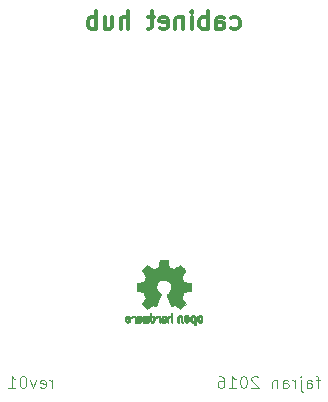
<source format=gbr>
G04 #@! TF.FileFunction,Legend,Bot*
%FSLAX46Y46*%
G04 Gerber Fmt 4.6, Leading zero omitted, Abs format (unit mm)*
G04 Created by KiCad (PCBNEW 4.0.3+e1-6302~38~ubuntu15.04.1-stable) date Fri Aug 26 23:04:31 2016*
%MOMM*%
%LPD*%
G01*
G04 APERTURE LIST*
%ADD10C,0.100000*%
%ADD11C,0.300000*%
%ADD12C,0.010000*%
G04 APERTURE END LIST*
D10*
X158209763Y-101417381D02*
X158209763Y-100750714D01*
X158209763Y-100941190D02*
X158162144Y-100845952D01*
X158114525Y-100798333D01*
X158019287Y-100750714D01*
X157924048Y-100750714D01*
X157209762Y-101369762D02*
X157305000Y-101417381D01*
X157495477Y-101417381D01*
X157590715Y-101369762D01*
X157638334Y-101274524D01*
X157638334Y-100893571D01*
X157590715Y-100798333D01*
X157495477Y-100750714D01*
X157305000Y-100750714D01*
X157209762Y-100798333D01*
X157162143Y-100893571D01*
X157162143Y-100988810D01*
X157638334Y-101084048D01*
X156828810Y-100750714D02*
X156590715Y-101417381D01*
X156352619Y-100750714D01*
X155781191Y-100417381D02*
X155685952Y-100417381D01*
X155590714Y-100465000D01*
X155543095Y-100512619D01*
X155495476Y-100607857D01*
X155447857Y-100798333D01*
X155447857Y-101036429D01*
X155495476Y-101226905D01*
X155543095Y-101322143D01*
X155590714Y-101369762D01*
X155685952Y-101417381D01*
X155781191Y-101417381D01*
X155876429Y-101369762D01*
X155924048Y-101322143D01*
X155971667Y-101226905D01*
X156019286Y-101036429D01*
X156019286Y-100798333D01*
X155971667Y-100607857D01*
X155924048Y-100512619D01*
X155876429Y-100465000D01*
X155781191Y-100417381D01*
X154495476Y-101417381D02*
X155066905Y-101417381D01*
X154781191Y-101417381D02*
X154781191Y-100417381D01*
X154876429Y-100560238D01*
X154971667Y-100655476D01*
X155066905Y-100703095D01*
X180879762Y-100750714D02*
X180498810Y-100750714D01*
X180736905Y-101417381D02*
X180736905Y-100560238D01*
X180689286Y-100465000D01*
X180594048Y-100417381D01*
X180498810Y-100417381D01*
X179736904Y-101417381D02*
X179736904Y-100893571D01*
X179784523Y-100798333D01*
X179879761Y-100750714D01*
X180070238Y-100750714D01*
X180165476Y-100798333D01*
X179736904Y-101369762D02*
X179832142Y-101417381D01*
X180070238Y-101417381D01*
X180165476Y-101369762D01*
X180213095Y-101274524D01*
X180213095Y-101179286D01*
X180165476Y-101084048D01*
X180070238Y-101036429D01*
X179832142Y-101036429D01*
X179736904Y-100988810D01*
X179260714Y-100750714D02*
X179260714Y-101607857D01*
X179308333Y-101703095D01*
X179403571Y-101750714D01*
X179451190Y-101750714D01*
X179260714Y-100417381D02*
X179308333Y-100465000D01*
X179260714Y-100512619D01*
X179213095Y-100465000D01*
X179260714Y-100417381D01*
X179260714Y-100512619D01*
X178784524Y-101417381D02*
X178784524Y-100750714D01*
X178784524Y-100941190D02*
X178736905Y-100845952D01*
X178689286Y-100798333D01*
X178594048Y-100750714D01*
X178498809Y-100750714D01*
X177736904Y-101417381D02*
X177736904Y-100893571D01*
X177784523Y-100798333D01*
X177879761Y-100750714D01*
X178070238Y-100750714D01*
X178165476Y-100798333D01*
X177736904Y-101369762D02*
X177832142Y-101417381D01*
X178070238Y-101417381D01*
X178165476Y-101369762D01*
X178213095Y-101274524D01*
X178213095Y-101179286D01*
X178165476Y-101084048D01*
X178070238Y-101036429D01*
X177832142Y-101036429D01*
X177736904Y-100988810D01*
X177260714Y-100750714D02*
X177260714Y-101417381D01*
X177260714Y-100845952D02*
X177213095Y-100798333D01*
X177117857Y-100750714D01*
X176974999Y-100750714D01*
X176879761Y-100798333D01*
X176832142Y-100893571D01*
X176832142Y-101417381D01*
X175641666Y-100512619D02*
X175594047Y-100465000D01*
X175498809Y-100417381D01*
X175260713Y-100417381D01*
X175165475Y-100465000D01*
X175117856Y-100512619D01*
X175070237Y-100607857D01*
X175070237Y-100703095D01*
X175117856Y-100845952D01*
X175689285Y-101417381D01*
X175070237Y-101417381D01*
X174451190Y-100417381D02*
X174355951Y-100417381D01*
X174260713Y-100465000D01*
X174213094Y-100512619D01*
X174165475Y-100607857D01*
X174117856Y-100798333D01*
X174117856Y-101036429D01*
X174165475Y-101226905D01*
X174213094Y-101322143D01*
X174260713Y-101369762D01*
X174355951Y-101417381D01*
X174451190Y-101417381D01*
X174546428Y-101369762D01*
X174594047Y-101322143D01*
X174641666Y-101226905D01*
X174689285Y-101036429D01*
X174689285Y-100798333D01*
X174641666Y-100607857D01*
X174594047Y-100512619D01*
X174546428Y-100465000D01*
X174451190Y-100417381D01*
X173165475Y-101417381D02*
X173736904Y-101417381D01*
X173451190Y-101417381D02*
X173451190Y-100417381D01*
X173546428Y-100560238D01*
X173641666Y-100655476D01*
X173736904Y-100703095D01*
X172308332Y-100417381D02*
X172498809Y-100417381D01*
X172594047Y-100465000D01*
X172641666Y-100512619D01*
X172736904Y-100655476D01*
X172784523Y-100845952D01*
X172784523Y-101226905D01*
X172736904Y-101322143D01*
X172689285Y-101369762D01*
X172594047Y-101417381D01*
X172403570Y-101417381D01*
X172308332Y-101369762D01*
X172260713Y-101322143D01*
X172213094Y-101226905D01*
X172213094Y-100988810D01*
X172260713Y-100893571D01*
X172308332Y-100845952D01*
X172403570Y-100798333D01*
X172594047Y-100798333D01*
X172689285Y-100845952D01*
X172736904Y-100893571D01*
X172784523Y-100988810D01*
D11*
X173354286Y-70965143D02*
X173497143Y-71036571D01*
X173782857Y-71036571D01*
X173925715Y-70965143D01*
X173997143Y-70893714D01*
X174068572Y-70750857D01*
X174068572Y-70322286D01*
X173997143Y-70179429D01*
X173925715Y-70108000D01*
X173782857Y-70036571D01*
X173497143Y-70036571D01*
X173354286Y-70108000D01*
X172068572Y-71036571D02*
X172068572Y-70250857D01*
X172140001Y-70108000D01*
X172282858Y-70036571D01*
X172568572Y-70036571D01*
X172711429Y-70108000D01*
X172068572Y-70965143D02*
X172211429Y-71036571D01*
X172568572Y-71036571D01*
X172711429Y-70965143D01*
X172782858Y-70822286D01*
X172782858Y-70679429D01*
X172711429Y-70536571D01*
X172568572Y-70465143D01*
X172211429Y-70465143D01*
X172068572Y-70393714D01*
X171354286Y-71036571D02*
X171354286Y-69536571D01*
X171354286Y-70108000D02*
X171211429Y-70036571D01*
X170925715Y-70036571D01*
X170782858Y-70108000D01*
X170711429Y-70179429D01*
X170640000Y-70322286D01*
X170640000Y-70750857D01*
X170711429Y-70893714D01*
X170782858Y-70965143D01*
X170925715Y-71036571D01*
X171211429Y-71036571D01*
X171354286Y-70965143D01*
X169997143Y-71036571D02*
X169997143Y-70036571D01*
X169997143Y-69536571D02*
X170068572Y-69608000D01*
X169997143Y-69679429D01*
X169925715Y-69608000D01*
X169997143Y-69536571D01*
X169997143Y-69679429D01*
X169282857Y-70036571D02*
X169282857Y-71036571D01*
X169282857Y-70179429D02*
X169211429Y-70108000D01*
X169068571Y-70036571D01*
X168854286Y-70036571D01*
X168711429Y-70108000D01*
X168640000Y-70250857D01*
X168640000Y-71036571D01*
X167354286Y-70965143D02*
X167497143Y-71036571D01*
X167782857Y-71036571D01*
X167925714Y-70965143D01*
X167997143Y-70822286D01*
X167997143Y-70250857D01*
X167925714Y-70108000D01*
X167782857Y-70036571D01*
X167497143Y-70036571D01*
X167354286Y-70108000D01*
X167282857Y-70250857D01*
X167282857Y-70393714D01*
X167997143Y-70536571D01*
X166854286Y-70036571D02*
X166282857Y-70036571D01*
X166640000Y-69536571D02*
X166640000Y-70822286D01*
X166568572Y-70965143D01*
X166425714Y-71036571D01*
X166282857Y-71036571D01*
X164640000Y-71036571D02*
X164640000Y-69536571D01*
X163997143Y-71036571D02*
X163997143Y-70250857D01*
X164068572Y-70108000D01*
X164211429Y-70036571D01*
X164425714Y-70036571D01*
X164568572Y-70108000D01*
X164640000Y-70179429D01*
X162640000Y-70036571D02*
X162640000Y-71036571D01*
X163282857Y-70036571D02*
X163282857Y-70822286D01*
X163211429Y-70965143D01*
X163068571Y-71036571D01*
X162854286Y-71036571D01*
X162711429Y-70965143D01*
X162640000Y-70893714D01*
X161925714Y-71036571D02*
X161925714Y-69536571D01*
X161925714Y-70108000D02*
X161782857Y-70036571D01*
X161497143Y-70036571D01*
X161354286Y-70108000D01*
X161282857Y-70179429D01*
X161211428Y-70322286D01*
X161211428Y-70750857D01*
X161282857Y-70893714D01*
X161354286Y-70965143D01*
X161497143Y-71036571D01*
X161782857Y-71036571D01*
X161925714Y-70965143D01*
D12*
G36*
X170040256Y-95264918D02*
X169984799Y-95292568D01*
X169935852Y-95343480D01*
X169922371Y-95362338D01*
X169907686Y-95387015D01*
X169898158Y-95413816D01*
X169892707Y-95449587D01*
X169890253Y-95501169D01*
X169889714Y-95569267D01*
X169892148Y-95662588D01*
X169900606Y-95732657D01*
X169916826Y-95784931D01*
X169942546Y-95824869D01*
X169979503Y-95857929D01*
X169982218Y-95859886D01*
X170018640Y-95879908D01*
X170062498Y-95889815D01*
X170118276Y-95892257D01*
X170208952Y-95892257D01*
X170208990Y-95980283D01*
X170209834Y-96029308D01*
X170214976Y-96058065D01*
X170228413Y-96075311D01*
X170254142Y-96089808D01*
X170260321Y-96092769D01*
X170289236Y-96106648D01*
X170311624Y-96115414D01*
X170328271Y-96116171D01*
X170339964Y-96106023D01*
X170347490Y-96082073D01*
X170351634Y-96041426D01*
X170353185Y-95981186D01*
X170352929Y-95898455D01*
X170351651Y-95790339D01*
X170351252Y-95758000D01*
X170349815Y-95646524D01*
X170348528Y-95573603D01*
X170209029Y-95573603D01*
X170208245Y-95635499D01*
X170204760Y-95675997D01*
X170196876Y-95702708D01*
X170182895Y-95723244D01*
X170173403Y-95733260D01*
X170134596Y-95762567D01*
X170100237Y-95764952D01*
X170064784Y-95740750D01*
X170063886Y-95739857D01*
X170049461Y-95721153D01*
X170040687Y-95695732D01*
X170036261Y-95656584D01*
X170034882Y-95596697D01*
X170034857Y-95583430D01*
X170038188Y-95500901D01*
X170049031Y-95443691D01*
X170068660Y-95408766D01*
X170098350Y-95393094D01*
X170115509Y-95391514D01*
X170156234Y-95398926D01*
X170184168Y-95423330D01*
X170200983Y-95467980D01*
X170208350Y-95536130D01*
X170209029Y-95573603D01*
X170348528Y-95573603D01*
X170348292Y-95560245D01*
X170346323Y-95495333D01*
X170343550Y-95447958D01*
X170339612Y-95414290D01*
X170334151Y-95390498D01*
X170326808Y-95372753D01*
X170317223Y-95357224D01*
X170313113Y-95351381D01*
X170258595Y-95296185D01*
X170189664Y-95264890D01*
X170109928Y-95256165D01*
X170040256Y-95264918D01*
X170040256Y-95264918D01*
G37*
X170040256Y-95264918D02*
X169984799Y-95292568D01*
X169935852Y-95343480D01*
X169922371Y-95362338D01*
X169907686Y-95387015D01*
X169898158Y-95413816D01*
X169892707Y-95449587D01*
X169890253Y-95501169D01*
X169889714Y-95569267D01*
X169892148Y-95662588D01*
X169900606Y-95732657D01*
X169916826Y-95784931D01*
X169942546Y-95824869D01*
X169979503Y-95857929D01*
X169982218Y-95859886D01*
X170018640Y-95879908D01*
X170062498Y-95889815D01*
X170118276Y-95892257D01*
X170208952Y-95892257D01*
X170208990Y-95980283D01*
X170209834Y-96029308D01*
X170214976Y-96058065D01*
X170228413Y-96075311D01*
X170254142Y-96089808D01*
X170260321Y-96092769D01*
X170289236Y-96106648D01*
X170311624Y-96115414D01*
X170328271Y-96116171D01*
X170339964Y-96106023D01*
X170347490Y-96082073D01*
X170351634Y-96041426D01*
X170353185Y-95981186D01*
X170352929Y-95898455D01*
X170351651Y-95790339D01*
X170351252Y-95758000D01*
X170349815Y-95646524D01*
X170348528Y-95573603D01*
X170209029Y-95573603D01*
X170208245Y-95635499D01*
X170204760Y-95675997D01*
X170196876Y-95702708D01*
X170182895Y-95723244D01*
X170173403Y-95733260D01*
X170134596Y-95762567D01*
X170100237Y-95764952D01*
X170064784Y-95740750D01*
X170063886Y-95739857D01*
X170049461Y-95721153D01*
X170040687Y-95695732D01*
X170036261Y-95656584D01*
X170034882Y-95596697D01*
X170034857Y-95583430D01*
X170038188Y-95500901D01*
X170049031Y-95443691D01*
X170068660Y-95408766D01*
X170098350Y-95393094D01*
X170115509Y-95391514D01*
X170156234Y-95398926D01*
X170184168Y-95423330D01*
X170200983Y-95467980D01*
X170208350Y-95536130D01*
X170209029Y-95573603D01*
X170348528Y-95573603D01*
X170348292Y-95560245D01*
X170346323Y-95495333D01*
X170343550Y-95447958D01*
X170339612Y-95414290D01*
X170334151Y-95390498D01*
X170326808Y-95372753D01*
X170317223Y-95357224D01*
X170313113Y-95351381D01*
X170258595Y-95296185D01*
X170189664Y-95264890D01*
X170109928Y-95256165D01*
X170040256Y-95264918D01*
G36*
X168923907Y-95272780D02*
X168877328Y-95299723D01*
X168844943Y-95326466D01*
X168821258Y-95354484D01*
X168804941Y-95388748D01*
X168794661Y-95434227D01*
X168789086Y-95495892D01*
X168786884Y-95578711D01*
X168786629Y-95638246D01*
X168786629Y-95857391D01*
X168848314Y-95885044D01*
X168910000Y-95912697D01*
X168917257Y-95672670D01*
X168920256Y-95583028D01*
X168923402Y-95517962D01*
X168927299Y-95473026D01*
X168932553Y-95443770D01*
X168939769Y-95425748D01*
X168949550Y-95414511D01*
X168952688Y-95412079D01*
X169000239Y-95393083D01*
X169048303Y-95400600D01*
X169076914Y-95420543D01*
X169088553Y-95434675D01*
X169096609Y-95453220D01*
X169101729Y-95481334D01*
X169104559Y-95524173D01*
X169105744Y-95586895D01*
X169105943Y-95652261D01*
X169105982Y-95734268D01*
X169107386Y-95792316D01*
X169112086Y-95831465D01*
X169122013Y-95856780D01*
X169139097Y-95873323D01*
X169165268Y-95886156D01*
X169200225Y-95899491D01*
X169238404Y-95914007D01*
X169233859Y-95656389D01*
X169232029Y-95563519D01*
X169229888Y-95494889D01*
X169226819Y-95445711D01*
X169222206Y-95411198D01*
X169215432Y-95386562D01*
X169205881Y-95367016D01*
X169194366Y-95349770D01*
X169138810Y-95294680D01*
X169071020Y-95262822D01*
X168997287Y-95255191D01*
X168923907Y-95272780D01*
X168923907Y-95272780D01*
G37*
X168923907Y-95272780D02*
X168877328Y-95299723D01*
X168844943Y-95326466D01*
X168821258Y-95354484D01*
X168804941Y-95388748D01*
X168794661Y-95434227D01*
X168789086Y-95495892D01*
X168786884Y-95578711D01*
X168786629Y-95638246D01*
X168786629Y-95857391D01*
X168848314Y-95885044D01*
X168910000Y-95912697D01*
X168917257Y-95672670D01*
X168920256Y-95583028D01*
X168923402Y-95517962D01*
X168927299Y-95473026D01*
X168932553Y-95443770D01*
X168939769Y-95425748D01*
X168949550Y-95414511D01*
X168952688Y-95412079D01*
X169000239Y-95393083D01*
X169048303Y-95400600D01*
X169076914Y-95420543D01*
X169088553Y-95434675D01*
X169096609Y-95453220D01*
X169101729Y-95481334D01*
X169104559Y-95524173D01*
X169105744Y-95586895D01*
X169105943Y-95652261D01*
X169105982Y-95734268D01*
X169107386Y-95792316D01*
X169112086Y-95831465D01*
X169122013Y-95856780D01*
X169139097Y-95873323D01*
X169165268Y-95886156D01*
X169200225Y-95899491D01*
X169238404Y-95914007D01*
X169233859Y-95656389D01*
X169232029Y-95563519D01*
X169229888Y-95494889D01*
X169226819Y-95445711D01*
X169222206Y-95411198D01*
X169215432Y-95386562D01*
X169205881Y-95367016D01*
X169194366Y-95349770D01*
X169138810Y-95294680D01*
X169071020Y-95262822D01*
X168997287Y-95255191D01*
X168923907Y-95272780D01*
G36*
X170598885Y-95266962D02*
X170530855Y-95302733D01*
X170480649Y-95360301D01*
X170462815Y-95397312D01*
X170448937Y-95452882D01*
X170441833Y-95523096D01*
X170441160Y-95599727D01*
X170446573Y-95674552D01*
X170457730Y-95739342D01*
X170474286Y-95785873D01*
X170479374Y-95793887D01*
X170539645Y-95853707D01*
X170611231Y-95889535D01*
X170688908Y-95900020D01*
X170767452Y-95883810D01*
X170789311Y-95874092D01*
X170831878Y-95844143D01*
X170869237Y-95804433D01*
X170872768Y-95799397D01*
X170887119Y-95775124D01*
X170896606Y-95749178D01*
X170902210Y-95715022D01*
X170904914Y-95666119D01*
X170905701Y-95595935D01*
X170905714Y-95580200D01*
X170905678Y-95575192D01*
X170760571Y-95575192D01*
X170759727Y-95641430D01*
X170756404Y-95685386D01*
X170749417Y-95713779D01*
X170737584Y-95733325D01*
X170731543Y-95739857D01*
X170696814Y-95764680D01*
X170663097Y-95763548D01*
X170629005Y-95742016D01*
X170608671Y-95719029D01*
X170596629Y-95685478D01*
X170589866Y-95632569D01*
X170589402Y-95626399D01*
X170588248Y-95530513D01*
X170600312Y-95459299D01*
X170625430Y-95413194D01*
X170663440Y-95392635D01*
X170677008Y-95391514D01*
X170712636Y-95397152D01*
X170737006Y-95416686D01*
X170751907Y-95454042D01*
X170759125Y-95513150D01*
X170760571Y-95575192D01*
X170905678Y-95575192D01*
X170905174Y-95505413D01*
X170902904Y-95453159D01*
X170897932Y-95416949D01*
X170889287Y-95390299D01*
X170875995Y-95366722D01*
X170873057Y-95362338D01*
X170823687Y-95303249D01*
X170769891Y-95268947D01*
X170704398Y-95255331D01*
X170682158Y-95254665D01*
X170598885Y-95266962D01*
X170598885Y-95266962D01*
G37*
X170598885Y-95266962D02*
X170530855Y-95302733D01*
X170480649Y-95360301D01*
X170462815Y-95397312D01*
X170448937Y-95452882D01*
X170441833Y-95523096D01*
X170441160Y-95599727D01*
X170446573Y-95674552D01*
X170457730Y-95739342D01*
X170474286Y-95785873D01*
X170479374Y-95793887D01*
X170539645Y-95853707D01*
X170611231Y-95889535D01*
X170688908Y-95900020D01*
X170767452Y-95883810D01*
X170789311Y-95874092D01*
X170831878Y-95844143D01*
X170869237Y-95804433D01*
X170872768Y-95799397D01*
X170887119Y-95775124D01*
X170896606Y-95749178D01*
X170902210Y-95715022D01*
X170904914Y-95666119D01*
X170905701Y-95595935D01*
X170905714Y-95580200D01*
X170905678Y-95575192D01*
X170760571Y-95575192D01*
X170759727Y-95641430D01*
X170756404Y-95685386D01*
X170749417Y-95713779D01*
X170737584Y-95733325D01*
X170731543Y-95739857D01*
X170696814Y-95764680D01*
X170663097Y-95763548D01*
X170629005Y-95742016D01*
X170608671Y-95719029D01*
X170596629Y-95685478D01*
X170589866Y-95632569D01*
X170589402Y-95626399D01*
X170588248Y-95530513D01*
X170600312Y-95459299D01*
X170625430Y-95413194D01*
X170663440Y-95392635D01*
X170677008Y-95391514D01*
X170712636Y-95397152D01*
X170737006Y-95416686D01*
X170751907Y-95454042D01*
X170759125Y-95513150D01*
X170760571Y-95575192D01*
X170905678Y-95575192D01*
X170905174Y-95505413D01*
X170902904Y-95453159D01*
X170897932Y-95416949D01*
X170889287Y-95390299D01*
X170875995Y-95366722D01*
X170873057Y-95362338D01*
X170823687Y-95303249D01*
X170769891Y-95268947D01*
X170704398Y-95255331D01*
X170682158Y-95254665D01*
X170598885Y-95266962D01*
G36*
X169471697Y-95276239D02*
X169414473Y-95314735D01*
X169370251Y-95370335D01*
X169343833Y-95441086D01*
X169338490Y-95493162D01*
X169339097Y-95514893D01*
X169344178Y-95531531D01*
X169358145Y-95546437D01*
X169385411Y-95562973D01*
X169430388Y-95584498D01*
X169497489Y-95614374D01*
X169497829Y-95614524D01*
X169559593Y-95642813D01*
X169610241Y-95667933D01*
X169644596Y-95687179D01*
X169657482Y-95697848D01*
X169657486Y-95697934D01*
X169646128Y-95721166D01*
X169619569Y-95746774D01*
X169589077Y-95765221D01*
X169573630Y-95768886D01*
X169531485Y-95756212D01*
X169495192Y-95724471D01*
X169477483Y-95689572D01*
X169460448Y-95663845D01*
X169427078Y-95634546D01*
X169387851Y-95609235D01*
X169353244Y-95595471D01*
X169346007Y-95594714D01*
X169337861Y-95607160D01*
X169337370Y-95638972D01*
X169343357Y-95681866D01*
X169354643Y-95727558D01*
X169370050Y-95767761D01*
X169370829Y-95769322D01*
X169417196Y-95834062D01*
X169477289Y-95878097D01*
X169545535Y-95899711D01*
X169616362Y-95897185D01*
X169684196Y-95868804D01*
X169687212Y-95866808D01*
X169740573Y-95818448D01*
X169775660Y-95755352D01*
X169795078Y-95672387D01*
X169797684Y-95649078D01*
X169802299Y-95539055D01*
X169796767Y-95487748D01*
X169657486Y-95487748D01*
X169655676Y-95519753D01*
X169645778Y-95529093D01*
X169621102Y-95522105D01*
X169582205Y-95505587D01*
X169538725Y-95484881D01*
X169537644Y-95484333D01*
X169500791Y-95464949D01*
X169486000Y-95452013D01*
X169489647Y-95438451D01*
X169505005Y-95420632D01*
X169544077Y-95394845D01*
X169586154Y-95392950D01*
X169623897Y-95411717D01*
X169649966Y-95447915D01*
X169657486Y-95487748D01*
X169796767Y-95487748D01*
X169792806Y-95451027D01*
X169768450Y-95381212D01*
X169734544Y-95332302D01*
X169673347Y-95282878D01*
X169605937Y-95258359D01*
X169537120Y-95256797D01*
X169471697Y-95276239D01*
X169471697Y-95276239D01*
G37*
X169471697Y-95276239D02*
X169414473Y-95314735D01*
X169370251Y-95370335D01*
X169343833Y-95441086D01*
X169338490Y-95493162D01*
X169339097Y-95514893D01*
X169344178Y-95531531D01*
X169358145Y-95546437D01*
X169385411Y-95562973D01*
X169430388Y-95584498D01*
X169497489Y-95614374D01*
X169497829Y-95614524D01*
X169559593Y-95642813D01*
X169610241Y-95667933D01*
X169644596Y-95687179D01*
X169657482Y-95697848D01*
X169657486Y-95697934D01*
X169646128Y-95721166D01*
X169619569Y-95746774D01*
X169589077Y-95765221D01*
X169573630Y-95768886D01*
X169531485Y-95756212D01*
X169495192Y-95724471D01*
X169477483Y-95689572D01*
X169460448Y-95663845D01*
X169427078Y-95634546D01*
X169387851Y-95609235D01*
X169353244Y-95595471D01*
X169346007Y-95594714D01*
X169337861Y-95607160D01*
X169337370Y-95638972D01*
X169343357Y-95681866D01*
X169354643Y-95727558D01*
X169370050Y-95767761D01*
X169370829Y-95769322D01*
X169417196Y-95834062D01*
X169477289Y-95878097D01*
X169545535Y-95899711D01*
X169616362Y-95897185D01*
X169684196Y-95868804D01*
X169687212Y-95866808D01*
X169740573Y-95818448D01*
X169775660Y-95755352D01*
X169795078Y-95672387D01*
X169797684Y-95649078D01*
X169802299Y-95539055D01*
X169796767Y-95487748D01*
X169657486Y-95487748D01*
X169655676Y-95519753D01*
X169645778Y-95529093D01*
X169621102Y-95522105D01*
X169582205Y-95505587D01*
X169538725Y-95484881D01*
X169537644Y-95484333D01*
X169500791Y-95464949D01*
X169486000Y-95452013D01*
X169489647Y-95438451D01*
X169505005Y-95420632D01*
X169544077Y-95394845D01*
X169586154Y-95392950D01*
X169623897Y-95411717D01*
X169649966Y-95447915D01*
X169657486Y-95487748D01*
X169796767Y-95487748D01*
X169792806Y-95451027D01*
X169768450Y-95381212D01*
X169734544Y-95332302D01*
X169673347Y-95282878D01*
X169605937Y-95258359D01*
X169537120Y-95256797D01*
X169471697Y-95276239D01*
G36*
X168264114Y-95196289D02*
X168259861Y-95255613D01*
X168254975Y-95290572D01*
X168248205Y-95305820D01*
X168238298Y-95306015D01*
X168235086Y-95304195D01*
X168192356Y-95291015D01*
X168136773Y-95291785D01*
X168080263Y-95305333D01*
X168044918Y-95322861D01*
X168008679Y-95350861D01*
X167982187Y-95382549D01*
X167964001Y-95422813D01*
X167952678Y-95476543D01*
X167946778Y-95548626D01*
X167944857Y-95643951D01*
X167944823Y-95662237D01*
X167944800Y-95867646D01*
X167990509Y-95883580D01*
X168022973Y-95894420D01*
X168040785Y-95899468D01*
X168041309Y-95899514D01*
X168043063Y-95885828D01*
X168044556Y-95848076D01*
X168045674Y-95791224D01*
X168046303Y-95720234D01*
X168046400Y-95677073D01*
X168046602Y-95591973D01*
X168047642Y-95530981D01*
X168050169Y-95489177D01*
X168054836Y-95461642D01*
X168062293Y-95443456D01*
X168073189Y-95429698D01*
X168079993Y-95423073D01*
X168126728Y-95396375D01*
X168177728Y-95394375D01*
X168223999Y-95416955D01*
X168232556Y-95425107D01*
X168245107Y-95440436D01*
X168253812Y-95458618D01*
X168259369Y-95484909D01*
X168262474Y-95524562D01*
X168263824Y-95582832D01*
X168264114Y-95663173D01*
X168264114Y-95867646D01*
X168309823Y-95883580D01*
X168342287Y-95894420D01*
X168360099Y-95899468D01*
X168360623Y-95899514D01*
X168361963Y-95885623D01*
X168363172Y-95846439D01*
X168364199Y-95785700D01*
X168364998Y-95707141D01*
X168365519Y-95614498D01*
X168365714Y-95511509D01*
X168365714Y-95114342D01*
X168318543Y-95094444D01*
X168271371Y-95074547D01*
X168264114Y-95196289D01*
X168264114Y-95196289D01*
G37*
X168264114Y-95196289D02*
X168259861Y-95255613D01*
X168254975Y-95290572D01*
X168248205Y-95305820D01*
X168238298Y-95306015D01*
X168235086Y-95304195D01*
X168192356Y-95291015D01*
X168136773Y-95291785D01*
X168080263Y-95305333D01*
X168044918Y-95322861D01*
X168008679Y-95350861D01*
X167982187Y-95382549D01*
X167964001Y-95422813D01*
X167952678Y-95476543D01*
X167946778Y-95548626D01*
X167944857Y-95643951D01*
X167944823Y-95662237D01*
X167944800Y-95867646D01*
X167990509Y-95883580D01*
X168022973Y-95894420D01*
X168040785Y-95899468D01*
X168041309Y-95899514D01*
X168043063Y-95885828D01*
X168044556Y-95848076D01*
X168045674Y-95791224D01*
X168046303Y-95720234D01*
X168046400Y-95677073D01*
X168046602Y-95591973D01*
X168047642Y-95530981D01*
X168050169Y-95489177D01*
X168054836Y-95461642D01*
X168062293Y-95443456D01*
X168073189Y-95429698D01*
X168079993Y-95423073D01*
X168126728Y-95396375D01*
X168177728Y-95394375D01*
X168223999Y-95416955D01*
X168232556Y-95425107D01*
X168245107Y-95440436D01*
X168253812Y-95458618D01*
X168259369Y-95484909D01*
X168262474Y-95524562D01*
X168263824Y-95582832D01*
X168264114Y-95663173D01*
X168264114Y-95867646D01*
X168309823Y-95883580D01*
X168342287Y-95894420D01*
X168360099Y-95899468D01*
X168360623Y-95899514D01*
X168361963Y-95885623D01*
X168363172Y-95846439D01*
X168364199Y-95785700D01*
X168364998Y-95707141D01*
X168365519Y-95614498D01*
X168365714Y-95511509D01*
X168365714Y-95114342D01*
X168318543Y-95094444D01*
X168271371Y-95074547D01*
X168264114Y-95196289D01*
G36*
X167600256Y-95295968D02*
X167543384Y-95317087D01*
X167542733Y-95317493D01*
X167507560Y-95343380D01*
X167481593Y-95373633D01*
X167463330Y-95413058D01*
X167451268Y-95466462D01*
X167443904Y-95538651D01*
X167439736Y-95634432D01*
X167439371Y-95648078D01*
X167434124Y-95853842D01*
X167478284Y-95876678D01*
X167510237Y-95892110D01*
X167529530Y-95899423D01*
X167530422Y-95899514D01*
X167533761Y-95886022D01*
X167536413Y-95849626D01*
X167538044Y-95796452D01*
X167538400Y-95753393D01*
X167538408Y-95683641D01*
X167541597Y-95639837D01*
X167552712Y-95618944D01*
X167576499Y-95617925D01*
X167617704Y-95633741D01*
X167679914Y-95662815D01*
X167725659Y-95686963D01*
X167749187Y-95707913D01*
X167756104Y-95730747D01*
X167756114Y-95731877D01*
X167744701Y-95771212D01*
X167710908Y-95792462D01*
X167659191Y-95795539D01*
X167621939Y-95795006D01*
X167602297Y-95805735D01*
X167590048Y-95831505D01*
X167582998Y-95864337D01*
X167593158Y-95882966D01*
X167596983Y-95885632D01*
X167632999Y-95896340D01*
X167683434Y-95897856D01*
X167735374Y-95890759D01*
X167772178Y-95877788D01*
X167823062Y-95834585D01*
X167851986Y-95774446D01*
X167857714Y-95727462D01*
X167853343Y-95685082D01*
X167837525Y-95650488D01*
X167806203Y-95619763D01*
X167755322Y-95588990D01*
X167680824Y-95554252D01*
X167676286Y-95552288D01*
X167609179Y-95521287D01*
X167567768Y-95495862D01*
X167550019Y-95473014D01*
X167553893Y-95449745D01*
X167577357Y-95423056D01*
X167584373Y-95416914D01*
X167631370Y-95393100D01*
X167680067Y-95394103D01*
X167722478Y-95417451D01*
X167750616Y-95460675D01*
X167753231Y-95469160D01*
X167778692Y-95510308D01*
X167810999Y-95530128D01*
X167857714Y-95549770D01*
X167857714Y-95498950D01*
X167843504Y-95425082D01*
X167801325Y-95357327D01*
X167779376Y-95334661D01*
X167729483Y-95305569D01*
X167666033Y-95292400D01*
X167600256Y-95295968D01*
X167600256Y-95295968D01*
G37*
X167600256Y-95295968D02*
X167543384Y-95317087D01*
X167542733Y-95317493D01*
X167507560Y-95343380D01*
X167481593Y-95373633D01*
X167463330Y-95413058D01*
X167451268Y-95466462D01*
X167443904Y-95538651D01*
X167439736Y-95634432D01*
X167439371Y-95648078D01*
X167434124Y-95853842D01*
X167478284Y-95876678D01*
X167510237Y-95892110D01*
X167529530Y-95899423D01*
X167530422Y-95899514D01*
X167533761Y-95886022D01*
X167536413Y-95849626D01*
X167538044Y-95796452D01*
X167538400Y-95753393D01*
X167538408Y-95683641D01*
X167541597Y-95639837D01*
X167552712Y-95618944D01*
X167576499Y-95617925D01*
X167617704Y-95633741D01*
X167679914Y-95662815D01*
X167725659Y-95686963D01*
X167749187Y-95707913D01*
X167756104Y-95730747D01*
X167756114Y-95731877D01*
X167744701Y-95771212D01*
X167710908Y-95792462D01*
X167659191Y-95795539D01*
X167621939Y-95795006D01*
X167602297Y-95805735D01*
X167590048Y-95831505D01*
X167582998Y-95864337D01*
X167593158Y-95882966D01*
X167596983Y-95885632D01*
X167632999Y-95896340D01*
X167683434Y-95897856D01*
X167735374Y-95890759D01*
X167772178Y-95877788D01*
X167823062Y-95834585D01*
X167851986Y-95774446D01*
X167857714Y-95727462D01*
X167853343Y-95685082D01*
X167837525Y-95650488D01*
X167806203Y-95619763D01*
X167755322Y-95588990D01*
X167680824Y-95554252D01*
X167676286Y-95552288D01*
X167609179Y-95521287D01*
X167567768Y-95495862D01*
X167550019Y-95473014D01*
X167553893Y-95449745D01*
X167577357Y-95423056D01*
X167584373Y-95416914D01*
X167631370Y-95393100D01*
X167680067Y-95394103D01*
X167722478Y-95417451D01*
X167750616Y-95460675D01*
X167753231Y-95469160D01*
X167778692Y-95510308D01*
X167810999Y-95530128D01*
X167857714Y-95549770D01*
X167857714Y-95498950D01*
X167843504Y-95425082D01*
X167801325Y-95357327D01*
X167779376Y-95334661D01*
X167729483Y-95305569D01*
X167666033Y-95292400D01*
X167600256Y-95295968D01*
G36*
X167110074Y-95294755D02*
X167044142Y-95319084D01*
X166990727Y-95362117D01*
X166969836Y-95392409D01*
X166947061Y-95447994D01*
X166947534Y-95488186D01*
X166971438Y-95515217D01*
X166980283Y-95519813D01*
X167018470Y-95534144D01*
X167037972Y-95530472D01*
X167044578Y-95506407D01*
X167044914Y-95493114D01*
X167057008Y-95444210D01*
X167088529Y-95409999D01*
X167132341Y-95393476D01*
X167181305Y-95397634D01*
X167221106Y-95419227D01*
X167234550Y-95431544D01*
X167244079Y-95446487D01*
X167250515Y-95469075D01*
X167254683Y-95504328D01*
X167257403Y-95557266D01*
X167259498Y-95632907D01*
X167260040Y-95656857D01*
X167262019Y-95738790D01*
X167264269Y-95796455D01*
X167267643Y-95834608D01*
X167272994Y-95858004D01*
X167281176Y-95871398D01*
X167293041Y-95879545D01*
X167300638Y-95883144D01*
X167332898Y-95895452D01*
X167351889Y-95899514D01*
X167358164Y-95885948D01*
X167361994Y-95844934D01*
X167363400Y-95775999D01*
X167362402Y-95678669D01*
X167362092Y-95663657D01*
X167359899Y-95574859D01*
X167357307Y-95510019D01*
X167353618Y-95464067D01*
X167348136Y-95431935D01*
X167340165Y-95408553D01*
X167329007Y-95388852D01*
X167323170Y-95380410D01*
X167289704Y-95343057D01*
X167252273Y-95314003D01*
X167247691Y-95311467D01*
X167180574Y-95291443D01*
X167110074Y-95294755D01*
X167110074Y-95294755D01*
G37*
X167110074Y-95294755D02*
X167044142Y-95319084D01*
X166990727Y-95362117D01*
X166969836Y-95392409D01*
X166947061Y-95447994D01*
X166947534Y-95488186D01*
X166971438Y-95515217D01*
X166980283Y-95519813D01*
X167018470Y-95534144D01*
X167037972Y-95530472D01*
X167044578Y-95506407D01*
X167044914Y-95493114D01*
X167057008Y-95444210D01*
X167088529Y-95409999D01*
X167132341Y-95393476D01*
X167181305Y-95397634D01*
X167221106Y-95419227D01*
X167234550Y-95431544D01*
X167244079Y-95446487D01*
X167250515Y-95469075D01*
X167254683Y-95504328D01*
X167257403Y-95557266D01*
X167259498Y-95632907D01*
X167260040Y-95656857D01*
X167262019Y-95738790D01*
X167264269Y-95796455D01*
X167267643Y-95834608D01*
X167272994Y-95858004D01*
X167281176Y-95871398D01*
X167293041Y-95879545D01*
X167300638Y-95883144D01*
X167332898Y-95895452D01*
X167351889Y-95899514D01*
X167358164Y-95885948D01*
X167361994Y-95844934D01*
X167363400Y-95775999D01*
X167362402Y-95678669D01*
X167362092Y-95663657D01*
X167359899Y-95574859D01*
X167357307Y-95510019D01*
X167353618Y-95464067D01*
X167348136Y-95431935D01*
X167340165Y-95408553D01*
X167329007Y-95388852D01*
X167323170Y-95380410D01*
X167289704Y-95343057D01*
X167252273Y-95314003D01*
X167247691Y-95311467D01*
X167180574Y-95291443D01*
X167110074Y-95294755D01*
G36*
X166449883Y-95410358D02*
X166450067Y-95518837D01*
X166450781Y-95602287D01*
X166452325Y-95664704D01*
X166454999Y-95710085D01*
X166459106Y-95742429D01*
X166464945Y-95765733D01*
X166472818Y-95783995D01*
X166478779Y-95794418D01*
X166528145Y-95850945D01*
X166590736Y-95886377D01*
X166659987Y-95899090D01*
X166729332Y-95887463D01*
X166770625Y-95866568D01*
X166813975Y-95830422D01*
X166843519Y-95786276D01*
X166861345Y-95728462D01*
X166869537Y-95651313D01*
X166870698Y-95594714D01*
X166870542Y-95590647D01*
X166769143Y-95590647D01*
X166768524Y-95655550D01*
X166765686Y-95698514D01*
X166759160Y-95726622D01*
X166747477Y-95746953D01*
X166733517Y-95762288D01*
X166686635Y-95791890D01*
X166636299Y-95794419D01*
X166588724Y-95769705D01*
X166585021Y-95766356D01*
X166569217Y-95748935D01*
X166559307Y-95728209D01*
X166553942Y-95697362D01*
X166551772Y-95649577D01*
X166551429Y-95596748D01*
X166552173Y-95530381D01*
X166555252Y-95486106D01*
X166561939Y-95457009D01*
X166573504Y-95436173D01*
X166582987Y-95425107D01*
X166627040Y-95397198D01*
X166677776Y-95393843D01*
X166726204Y-95415159D01*
X166735550Y-95423073D01*
X166751460Y-95440647D01*
X166761390Y-95461587D01*
X166766722Y-95492782D01*
X166768837Y-95541122D01*
X166769143Y-95590647D01*
X166870542Y-95590647D01*
X166867190Y-95503568D01*
X166855274Y-95435086D01*
X166832865Y-95383600D01*
X166797876Y-95343443D01*
X166770625Y-95322861D01*
X166721093Y-95300625D01*
X166663684Y-95290304D01*
X166610318Y-95293067D01*
X166580457Y-95304212D01*
X166568739Y-95307383D01*
X166560963Y-95295557D01*
X166555535Y-95263866D01*
X166551429Y-95215593D01*
X166546933Y-95161829D01*
X166540687Y-95129482D01*
X166529324Y-95110985D01*
X166509472Y-95098770D01*
X166497000Y-95093362D01*
X166449829Y-95073601D01*
X166449883Y-95410358D01*
X166449883Y-95410358D01*
G37*
X166449883Y-95410358D02*
X166450067Y-95518837D01*
X166450781Y-95602287D01*
X166452325Y-95664704D01*
X166454999Y-95710085D01*
X166459106Y-95742429D01*
X166464945Y-95765733D01*
X166472818Y-95783995D01*
X166478779Y-95794418D01*
X166528145Y-95850945D01*
X166590736Y-95886377D01*
X166659987Y-95899090D01*
X166729332Y-95887463D01*
X166770625Y-95866568D01*
X166813975Y-95830422D01*
X166843519Y-95786276D01*
X166861345Y-95728462D01*
X166869537Y-95651313D01*
X166870698Y-95594714D01*
X166870542Y-95590647D01*
X166769143Y-95590647D01*
X166768524Y-95655550D01*
X166765686Y-95698514D01*
X166759160Y-95726622D01*
X166747477Y-95746953D01*
X166733517Y-95762288D01*
X166686635Y-95791890D01*
X166636299Y-95794419D01*
X166588724Y-95769705D01*
X166585021Y-95766356D01*
X166569217Y-95748935D01*
X166559307Y-95728209D01*
X166553942Y-95697362D01*
X166551772Y-95649577D01*
X166551429Y-95596748D01*
X166552173Y-95530381D01*
X166555252Y-95486106D01*
X166561939Y-95457009D01*
X166573504Y-95436173D01*
X166582987Y-95425107D01*
X166627040Y-95397198D01*
X166677776Y-95393843D01*
X166726204Y-95415159D01*
X166735550Y-95423073D01*
X166751460Y-95440647D01*
X166761390Y-95461587D01*
X166766722Y-95492782D01*
X166768837Y-95541122D01*
X166769143Y-95590647D01*
X166870542Y-95590647D01*
X166867190Y-95503568D01*
X166855274Y-95435086D01*
X166832865Y-95383600D01*
X166797876Y-95343443D01*
X166770625Y-95322861D01*
X166721093Y-95300625D01*
X166663684Y-95290304D01*
X166610318Y-95293067D01*
X166580457Y-95304212D01*
X166568739Y-95307383D01*
X166560963Y-95295557D01*
X166555535Y-95263866D01*
X166551429Y-95215593D01*
X166546933Y-95161829D01*
X166540687Y-95129482D01*
X166529324Y-95110985D01*
X166509472Y-95098770D01*
X166497000Y-95093362D01*
X166449829Y-95073601D01*
X166449883Y-95410358D01*
G36*
X165860167Y-95303663D02*
X165857952Y-95341850D01*
X165856216Y-95399886D01*
X165855101Y-95473180D01*
X165854743Y-95550055D01*
X165854743Y-95810196D01*
X165900674Y-95856127D01*
X165932325Y-95884429D01*
X165960110Y-95895893D01*
X165998085Y-95895168D01*
X166013160Y-95893321D01*
X166060274Y-95887948D01*
X166099244Y-95884869D01*
X166108743Y-95884585D01*
X166140767Y-95886445D01*
X166186568Y-95891114D01*
X166204326Y-95893321D01*
X166247943Y-95896735D01*
X166277255Y-95889320D01*
X166306320Y-95866427D01*
X166316812Y-95856127D01*
X166362743Y-95810196D01*
X166362743Y-95323602D01*
X166325774Y-95306758D01*
X166293941Y-95294282D01*
X166275317Y-95289914D01*
X166270542Y-95303718D01*
X166266079Y-95342286D01*
X166262225Y-95401356D01*
X166259278Y-95476663D01*
X166257857Y-95540286D01*
X166253886Y-95790657D01*
X166219241Y-95795556D01*
X166187732Y-95792131D01*
X166172292Y-95781041D01*
X166167977Y-95760308D01*
X166164292Y-95716145D01*
X166161531Y-95654146D01*
X166159988Y-95579909D01*
X166159765Y-95541706D01*
X166159543Y-95321783D01*
X166113834Y-95305849D01*
X166081482Y-95295015D01*
X166063885Y-95289962D01*
X166063377Y-95289914D01*
X166061612Y-95303648D01*
X166059671Y-95341730D01*
X166057718Y-95399482D01*
X166055916Y-95472227D01*
X166054657Y-95540286D01*
X166050686Y-95790657D01*
X165963600Y-95790657D01*
X165959604Y-95562240D01*
X165955608Y-95333822D01*
X165913153Y-95311868D01*
X165881808Y-95296793D01*
X165863256Y-95289951D01*
X165862721Y-95289914D01*
X165860167Y-95303663D01*
X165860167Y-95303663D01*
G37*
X165860167Y-95303663D02*
X165857952Y-95341850D01*
X165856216Y-95399886D01*
X165855101Y-95473180D01*
X165854743Y-95550055D01*
X165854743Y-95810196D01*
X165900674Y-95856127D01*
X165932325Y-95884429D01*
X165960110Y-95895893D01*
X165998085Y-95895168D01*
X166013160Y-95893321D01*
X166060274Y-95887948D01*
X166099244Y-95884869D01*
X166108743Y-95884585D01*
X166140767Y-95886445D01*
X166186568Y-95891114D01*
X166204326Y-95893321D01*
X166247943Y-95896735D01*
X166277255Y-95889320D01*
X166306320Y-95866427D01*
X166316812Y-95856127D01*
X166362743Y-95810196D01*
X166362743Y-95323602D01*
X166325774Y-95306758D01*
X166293941Y-95294282D01*
X166275317Y-95289914D01*
X166270542Y-95303718D01*
X166266079Y-95342286D01*
X166262225Y-95401356D01*
X166259278Y-95476663D01*
X166257857Y-95540286D01*
X166253886Y-95790657D01*
X166219241Y-95795556D01*
X166187732Y-95792131D01*
X166172292Y-95781041D01*
X166167977Y-95760308D01*
X166164292Y-95716145D01*
X166161531Y-95654146D01*
X166159988Y-95579909D01*
X166159765Y-95541706D01*
X166159543Y-95321783D01*
X166113834Y-95305849D01*
X166081482Y-95295015D01*
X166063885Y-95289962D01*
X166063377Y-95289914D01*
X166061612Y-95303648D01*
X166059671Y-95341730D01*
X166057718Y-95399482D01*
X166055916Y-95472227D01*
X166054657Y-95540286D01*
X166050686Y-95790657D01*
X165963600Y-95790657D01*
X165959604Y-95562240D01*
X165955608Y-95333822D01*
X165913153Y-95311868D01*
X165881808Y-95296793D01*
X165863256Y-95289951D01*
X165862721Y-95289914D01*
X165860167Y-95303663D01*
G36*
X165495124Y-95301335D02*
X165453333Y-95320344D01*
X165420531Y-95343378D01*
X165396497Y-95369133D01*
X165379903Y-95402358D01*
X165369423Y-95447800D01*
X165363729Y-95510207D01*
X165361493Y-95594327D01*
X165361257Y-95649721D01*
X165361257Y-95865826D01*
X165398226Y-95882670D01*
X165427344Y-95894981D01*
X165441769Y-95899514D01*
X165444528Y-95886025D01*
X165446718Y-95849653D01*
X165448058Y-95796542D01*
X165448343Y-95754372D01*
X165449566Y-95693447D01*
X165452864Y-95645115D01*
X165457679Y-95615518D01*
X165461504Y-95609229D01*
X165487217Y-95615652D01*
X165527582Y-95632125D01*
X165574321Y-95654458D01*
X165619155Y-95678457D01*
X165653807Y-95699930D01*
X165669998Y-95714685D01*
X165670062Y-95714845D01*
X165668670Y-95742152D01*
X165656182Y-95768219D01*
X165634257Y-95789392D01*
X165602257Y-95796474D01*
X165574908Y-95795649D01*
X165536174Y-95795042D01*
X165515842Y-95804116D01*
X165503631Y-95828092D01*
X165502091Y-95832613D01*
X165496797Y-95866806D01*
X165510953Y-95887568D01*
X165547852Y-95897462D01*
X165587711Y-95899292D01*
X165659438Y-95885727D01*
X165696568Y-95866355D01*
X165742424Y-95820845D01*
X165766744Y-95764983D01*
X165768927Y-95705957D01*
X165748371Y-95650953D01*
X165717451Y-95616486D01*
X165686580Y-95597189D01*
X165638058Y-95572759D01*
X165581515Y-95547985D01*
X165572090Y-95544199D01*
X165509981Y-95516791D01*
X165474178Y-95492634D01*
X165462663Y-95468619D01*
X165473420Y-95441635D01*
X165491886Y-95420543D01*
X165535531Y-95394572D01*
X165583554Y-95392624D01*
X165627594Y-95412637D01*
X165659291Y-95452551D01*
X165663451Y-95462848D01*
X165687673Y-95500724D01*
X165723035Y-95528842D01*
X165767657Y-95551917D01*
X165767657Y-95486485D01*
X165765031Y-95446506D01*
X165753770Y-95414997D01*
X165728801Y-95381378D01*
X165704831Y-95355484D01*
X165667559Y-95318817D01*
X165638599Y-95299121D01*
X165607495Y-95291220D01*
X165572287Y-95289914D01*
X165495124Y-95301335D01*
X165495124Y-95301335D01*
G37*
X165495124Y-95301335D02*
X165453333Y-95320344D01*
X165420531Y-95343378D01*
X165396497Y-95369133D01*
X165379903Y-95402358D01*
X165369423Y-95447800D01*
X165363729Y-95510207D01*
X165361493Y-95594327D01*
X165361257Y-95649721D01*
X165361257Y-95865826D01*
X165398226Y-95882670D01*
X165427344Y-95894981D01*
X165441769Y-95899514D01*
X165444528Y-95886025D01*
X165446718Y-95849653D01*
X165448058Y-95796542D01*
X165448343Y-95754372D01*
X165449566Y-95693447D01*
X165452864Y-95645115D01*
X165457679Y-95615518D01*
X165461504Y-95609229D01*
X165487217Y-95615652D01*
X165527582Y-95632125D01*
X165574321Y-95654458D01*
X165619155Y-95678457D01*
X165653807Y-95699930D01*
X165669998Y-95714685D01*
X165670062Y-95714845D01*
X165668670Y-95742152D01*
X165656182Y-95768219D01*
X165634257Y-95789392D01*
X165602257Y-95796474D01*
X165574908Y-95795649D01*
X165536174Y-95795042D01*
X165515842Y-95804116D01*
X165503631Y-95828092D01*
X165502091Y-95832613D01*
X165496797Y-95866806D01*
X165510953Y-95887568D01*
X165547852Y-95897462D01*
X165587711Y-95899292D01*
X165659438Y-95885727D01*
X165696568Y-95866355D01*
X165742424Y-95820845D01*
X165766744Y-95764983D01*
X165768927Y-95705957D01*
X165748371Y-95650953D01*
X165717451Y-95616486D01*
X165686580Y-95597189D01*
X165638058Y-95572759D01*
X165581515Y-95547985D01*
X165572090Y-95544199D01*
X165509981Y-95516791D01*
X165474178Y-95492634D01*
X165462663Y-95468619D01*
X165473420Y-95441635D01*
X165491886Y-95420543D01*
X165535531Y-95394572D01*
X165583554Y-95392624D01*
X165627594Y-95412637D01*
X165659291Y-95452551D01*
X165663451Y-95462848D01*
X165687673Y-95500724D01*
X165723035Y-95528842D01*
X165767657Y-95551917D01*
X165767657Y-95486485D01*
X165765031Y-95446506D01*
X165753770Y-95414997D01*
X165728801Y-95381378D01*
X165704831Y-95355484D01*
X165667559Y-95318817D01*
X165638599Y-95299121D01*
X165607495Y-95291220D01*
X165572287Y-95289914D01*
X165495124Y-95301335D01*
G36*
X164987400Y-95303752D02*
X164970052Y-95311334D01*
X164928644Y-95344128D01*
X164893235Y-95391547D01*
X164871336Y-95442151D01*
X164867771Y-95467098D01*
X164879721Y-95501927D01*
X164905933Y-95520357D01*
X164934036Y-95531516D01*
X164946905Y-95533572D01*
X164953171Y-95518649D01*
X164965544Y-95486175D01*
X164970972Y-95471502D01*
X165001410Y-95420744D01*
X165045480Y-95395427D01*
X165101990Y-95396206D01*
X165106175Y-95397203D01*
X165136345Y-95411507D01*
X165158524Y-95439393D01*
X165173673Y-95484287D01*
X165182750Y-95549615D01*
X165186714Y-95638804D01*
X165187086Y-95686261D01*
X165187270Y-95761071D01*
X165188478Y-95812069D01*
X165191691Y-95844471D01*
X165197891Y-95863495D01*
X165208060Y-95874356D01*
X165223181Y-95882272D01*
X165224054Y-95882670D01*
X165253172Y-95894981D01*
X165267597Y-95899514D01*
X165269814Y-95885809D01*
X165271711Y-95847925D01*
X165273153Y-95790715D01*
X165274002Y-95719027D01*
X165274171Y-95666565D01*
X165273308Y-95565047D01*
X165269930Y-95488032D01*
X165262858Y-95431023D01*
X165250912Y-95389526D01*
X165232910Y-95359043D01*
X165207673Y-95335080D01*
X165182753Y-95318355D01*
X165122829Y-95296097D01*
X165053089Y-95291076D01*
X164987400Y-95303752D01*
X164987400Y-95303752D01*
G37*
X164987400Y-95303752D02*
X164970052Y-95311334D01*
X164928644Y-95344128D01*
X164893235Y-95391547D01*
X164871336Y-95442151D01*
X164867771Y-95467098D01*
X164879721Y-95501927D01*
X164905933Y-95520357D01*
X164934036Y-95531516D01*
X164946905Y-95533572D01*
X164953171Y-95518649D01*
X164965544Y-95486175D01*
X164970972Y-95471502D01*
X165001410Y-95420744D01*
X165045480Y-95395427D01*
X165101990Y-95396206D01*
X165106175Y-95397203D01*
X165136345Y-95411507D01*
X165158524Y-95439393D01*
X165173673Y-95484287D01*
X165182750Y-95549615D01*
X165186714Y-95638804D01*
X165187086Y-95686261D01*
X165187270Y-95761071D01*
X165188478Y-95812069D01*
X165191691Y-95844471D01*
X165197891Y-95863495D01*
X165208060Y-95874356D01*
X165223181Y-95882272D01*
X165224054Y-95882670D01*
X165253172Y-95894981D01*
X165267597Y-95899514D01*
X165269814Y-95885809D01*
X165271711Y-95847925D01*
X165273153Y-95790715D01*
X165274002Y-95719027D01*
X165274171Y-95666565D01*
X165273308Y-95565047D01*
X165269930Y-95488032D01*
X165262858Y-95431023D01*
X165250912Y-95389526D01*
X165232910Y-95359043D01*
X165207673Y-95335080D01*
X165182753Y-95318355D01*
X165122829Y-95296097D01*
X165053089Y-95291076D01*
X164987400Y-95303752D01*
G36*
X164486405Y-95311966D02*
X164428979Y-95349497D01*
X164401281Y-95383096D01*
X164379338Y-95444064D01*
X164377595Y-95492308D01*
X164381543Y-95556816D01*
X164530314Y-95621934D01*
X164602651Y-95655202D01*
X164649916Y-95681964D01*
X164674493Y-95705144D01*
X164678763Y-95727667D01*
X164665111Y-95752455D01*
X164650057Y-95768886D01*
X164606254Y-95795235D01*
X164558611Y-95797081D01*
X164514855Y-95776546D01*
X164482711Y-95735752D01*
X164476962Y-95721347D01*
X164449424Y-95676356D01*
X164417742Y-95657182D01*
X164374286Y-95640779D01*
X164374286Y-95702966D01*
X164378128Y-95745283D01*
X164393177Y-95780969D01*
X164424720Y-95821943D01*
X164429408Y-95827267D01*
X164464494Y-95863720D01*
X164494653Y-95883283D01*
X164532385Y-95892283D01*
X164563665Y-95895230D01*
X164619615Y-95895965D01*
X164659445Y-95886660D01*
X164684292Y-95872846D01*
X164723344Y-95842467D01*
X164750375Y-95809613D01*
X164767483Y-95768294D01*
X164776762Y-95712521D01*
X164780307Y-95636305D01*
X164780590Y-95597622D01*
X164779628Y-95551247D01*
X164691993Y-95551247D01*
X164690977Y-95576126D01*
X164688444Y-95580200D01*
X164671726Y-95574665D01*
X164635751Y-95560017D01*
X164587669Y-95539190D01*
X164577614Y-95534714D01*
X164516848Y-95503814D01*
X164483368Y-95476657D01*
X164476010Y-95451220D01*
X164493609Y-95425481D01*
X164508144Y-95414109D01*
X164560590Y-95391364D01*
X164609678Y-95395122D01*
X164650773Y-95422884D01*
X164679242Y-95472152D01*
X164688369Y-95511257D01*
X164691993Y-95551247D01*
X164779628Y-95551247D01*
X164778715Y-95507249D01*
X164771804Y-95440384D01*
X164758116Y-95391695D01*
X164735904Y-95355849D01*
X164703426Y-95327513D01*
X164689267Y-95318355D01*
X164624947Y-95294507D01*
X164554527Y-95293006D01*
X164486405Y-95311966D01*
X164486405Y-95311966D01*
G37*
X164486405Y-95311966D02*
X164428979Y-95349497D01*
X164401281Y-95383096D01*
X164379338Y-95444064D01*
X164377595Y-95492308D01*
X164381543Y-95556816D01*
X164530314Y-95621934D01*
X164602651Y-95655202D01*
X164649916Y-95681964D01*
X164674493Y-95705144D01*
X164678763Y-95727667D01*
X164665111Y-95752455D01*
X164650057Y-95768886D01*
X164606254Y-95795235D01*
X164558611Y-95797081D01*
X164514855Y-95776546D01*
X164482711Y-95735752D01*
X164476962Y-95721347D01*
X164449424Y-95676356D01*
X164417742Y-95657182D01*
X164374286Y-95640779D01*
X164374286Y-95702966D01*
X164378128Y-95745283D01*
X164393177Y-95780969D01*
X164424720Y-95821943D01*
X164429408Y-95827267D01*
X164464494Y-95863720D01*
X164494653Y-95883283D01*
X164532385Y-95892283D01*
X164563665Y-95895230D01*
X164619615Y-95895965D01*
X164659445Y-95886660D01*
X164684292Y-95872846D01*
X164723344Y-95842467D01*
X164750375Y-95809613D01*
X164767483Y-95768294D01*
X164776762Y-95712521D01*
X164780307Y-95636305D01*
X164780590Y-95597622D01*
X164779628Y-95551247D01*
X164691993Y-95551247D01*
X164690977Y-95576126D01*
X164688444Y-95580200D01*
X164671726Y-95574665D01*
X164635751Y-95560017D01*
X164587669Y-95539190D01*
X164577614Y-95534714D01*
X164516848Y-95503814D01*
X164483368Y-95476657D01*
X164476010Y-95451220D01*
X164493609Y-95425481D01*
X164508144Y-95414109D01*
X164560590Y-95391364D01*
X164609678Y-95395122D01*
X164650773Y-95422884D01*
X164679242Y-95472152D01*
X164688369Y-95511257D01*
X164691993Y-95551247D01*
X164779628Y-95551247D01*
X164778715Y-95507249D01*
X164771804Y-95440384D01*
X164758116Y-95391695D01*
X164735904Y-95355849D01*
X164703426Y-95327513D01*
X164689267Y-95318355D01*
X164624947Y-95294507D01*
X164554527Y-95293006D01*
X164486405Y-95311966D01*
G36*
X167536090Y-90587348D02*
X167457546Y-90587778D01*
X167400702Y-90588942D01*
X167361895Y-90591207D01*
X167337462Y-90594940D01*
X167323738Y-90600506D01*
X167317060Y-90608273D01*
X167313764Y-90618605D01*
X167313444Y-90619943D01*
X167308438Y-90644079D01*
X167299171Y-90691701D01*
X167286608Y-90757741D01*
X167271713Y-90837128D01*
X167255449Y-90924796D01*
X167254881Y-90927875D01*
X167238590Y-91013789D01*
X167223348Y-91089696D01*
X167210139Y-91151045D01*
X167199946Y-91193282D01*
X167193752Y-91211855D01*
X167193457Y-91212184D01*
X167175212Y-91221253D01*
X167137595Y-91236367D01*
X167088729Y-91254262D01*
X167088457Y-91254358D01*
X167026907Y-91277493D01*
X166954343Y-91306965D01*
X166885943Y-91336597D01*
X166882706Y-91338062D01*
X166771298Y-91388626D01*
X166524601Y-91220160D01*
X166448923Y-91168803D01*
X166380369Y-91122889D01*
X166322912Y-91085030D01*
X166280524Y-91057837D01*
X166257175Y-91043921D01*
X166254958Y-91042889D01*
X166237990Y-91047484D01*
X166206299Y-91069655D01*
X166158648Y-91110447D01*
X166093802Y-91170905D01*
X166027603Y-91235227D01*
X165963786Y-91298612D01*
X165906671Y-91356451D01*
X165859695Y-91405175D01*
X165826297Y-91441210D01*
X165809915Y-91460984D01*
X165809306Y-91462002D01*
X165807495Y-91475572D01*
X165814317Y-91497733D01*
X165831460Y-91531478D01*
X165860607Y-91579800D01*
X165903445Y-91645692D01*
X165960552Y-91730517D01*
X166011234Y-91805177D01*
X166056539Y-91872140D01*
X166093850Y-91927516D01*
X166120548Y-91967420D01*
X166134015Y-91987962D01*
X166134863Y-91989356D01*
X166133219Y-92009038D01*
X166120755Y-92047293D01*
X166099952Y-92096889D01*
X166092538Y-92112728D01*
X166060186Y-92183290D01*
X166025672Y-92263353D01*
X165997635Y-92332629D01*
X165977432Y-92384045D01*
X165961385Y-92423119D01*
X165952112Y-92443541D01*
X165950959Y-92445114D01*
X165933904Y-92447721D01*
X165893702Y-92454863D01*
X165835698Y-92465523D01*
X165765237Y-92478685D01*
X165687665Y-92493333D01*
X165608328Y-92508449D01*
X165532569Y-92523018D01*
X165465736Y-92536022D01*
X165413172Y-92546445D01*
X165380224Y-92553270D01*
X165372143Y-92555199D01*
X165363795Y-92559962D01*
X165357494Y-92570718D01*
X165352955Y-92591098D01*
X165349896Y-92624734D01*
X165348033Y-92675255D01*
X165347082Y-92746292D01*
X165346760Y-92841476D01*
X165346743Y-92880492D01*
X165346743Y-93197799D01*
X165422943Y-93212839D01*
X165465337Y-93220995D01*
X165528600Y-93232899D01*
X165605038Y-93247116D01*
X165686957Y-93262210D01*
X165709600Y-93266355D01*
X165785194Y-93281053D01*
X165851047Y-93295505D01*
X165901634Y-93308375D01*
X165931426Y-93318322D01*
X165936388Y-93321287D01*
X165948574Y-93342283D01*
X165966047Y-93382967D01*
X165985423Y-93435322D01*
X165989266Y-93446600D01*
X166014661Y-93516523D01*
X166046183Y-93595418D01*
X166077031Y-93666266D01*
X166077183Y-93666595D01*
X166128553Y-93777733D01*
X165959601Y-94026253D01*
X165790648Y-94274772D01*
X166007571Y-94492058D01*
X166073181Y-94556726D01*
X166133021Y-94613733D01*
X166183733Y-94660033D01*
X166221954Y-94692584D01*
X166244325Y-94708343D01*
X166247534Y-94709343D01*
X166266374Y-94701469D01*
X166304820Y-94679578D01*
X166358670Y-94646267D01*
X166423724Y-94604131D01*
X166494060Y-94556943D01*
X166565445Y-94508810D01*
X166629092Y-94466928D01*
X166680959Y-94433871D01*
X166717005Y-94412218D01*
X166733133Y-94404543D01*
X166752811Y-94411037D01*
X166790125Y-94428150D01*
X166837379Y-94452326D01*
X166842388Y-94455013D01*
X166906023Y-94486927D01*
X166949659Y-94502579D01*
X166976798Y-94502745D01*
X166990943Y-94488204D01*
X166991025Y-94488000D01*
X166998095Y-94470779D01*
X167014958Y-94429899D01*
X167040305Y-94368525D01*
X167072829Y-94289819D01*
X167111222Y-94196947D01*
X167154178Y-94093072D01*
X167195778Y-93992502D01*
X167241496Y-93881516D01*
X167283474Y-93778703D01*
X167320452Y-93687215D01*
X167351173Y-93610201D01*
X167374378Y-93550815D01*
X167388810Y-93512209D01*
X167393257Y-93497800D01*
X167382104Y-93481272D01*
X167352931Y-93454930D01*
X167314029Y-93425887D01*
X167203243Y-93334039D01*
X167116649Y-93228759D01*
X167055284Y-93112266D01*
X167020185Y-92986776D01*
X167012392Y-92854507D01*
X167018057Y-92793457D01*
X167048922Y-92666795D01*
X167102080Y-92554941D01*
X167174233Y-92459001D01*
X167262083Y-92380076D01*
X167362335Y-92319270D01*
X167471690Y-92277687D01*
X167586853Y-92256428D01*
X167704525Y-92256599D01*
X167821410Y-92279301D01*
X167934211Y-92325638D01*
X168039631Y-92396713D01*
X168083632Y-92436911D01*
X168168021Y-92540129D01*
X168226778Y-92652925D01*
X168260296Y-92772010D01*
X168268965Y-92894095D01*
X168253177Y-93015893D01*
X168213322Y-93134116D01*
X168149793Y-93245475D01*
X168062979Y-93346684D01*
X167965971Y-93425887D01*
X167925563Y-93456162D01*
X167897018Y-93482219D01*
X167886743Y-93497825D01*
X167892123Y-93514843D01*
X167907425Y-93555500D01*
X167931388Y-93616642D01*
X167962756Y-93695119D01*
X168000268Y-93787780D01*
X168042667Y-93891472D01*
X168084337Y-93992526D01*
X168130310Y-94103607D01*
X168172893Y-94206541D01*
X168210779Y-94298165D01*
X168242660Y-94375316D01*
X168267229Y-94434831D01*
X168283180Y-94473544D01*
X168289090Y-94488000D01*
X168303052Y-94502685D01*
X168330060Y-94502642D01*
X168373587Y-94487099D01*
X168437110Y-94455284D01*
X168437612Y-94455013D01*
X168485440Y-94430323D01*
X168524103Y-94412338D01*
X168545905Y-94404614D01*
X168546867Y-94404543D01*
X168563279Y-94412378D01*
X168599513Y-94434165D01*
X168651526Y-94467328D01*
X168715275Y-94509291D01*
X168785940Y-94556943D01*
X168857884Y-94605191D01*
X168922726Y-94647151D01*
X168976265Y-94680227D01*
X169014303Y-94701821D01*
X169032467Y-94709343D01*
X169049192Y-94699457D01*
X169082820Y-94671826D01*
X169129990Y-94629495D01*
X169187342Y-94575505D01*
X169251516Y-94512899D01*
X169272503Y-94491983D01*
X169489501Y-94274623D01*
X169324332Y-94032220D01*
X169274136Y-93957781D01*
X169230081Y-93890972D01*
X169194638Y-93835665D01*
X169170281Y-93795729D01*
X169159478Y-93775036D01*
X169159162Y-93773563D01*
X169164857Y-93754058D01*
X169180174Y-93714822D01*
X169202463Y-93662430D01*
X169218107Y-93627355D01*
X169247359Y-93560201D01*
X169274906Y-93492358D01*
X169296263Y-93435034D01*
X169302065Y-93417572D01*
X169318548Y-93370938D01*
X169334660Y-93334905D01*
X169343510Y-93321287D01*
X169363040Y-93312952D01*
X169405666Y-93301137D01*
X169465855Y-93287181D01*
X169538078Y-93272422D01*
X169570400Y-93266355D01*
X169652478Y-93251273D01*
X169731205Y-93236669D01*
X169798891Y-93223980D01*
X169847840Y-93214642D01*
X169857057Y-93212839D01*
X169933257Y-93197799D01*
X169933257Y-92880492D01*
X169933086Y-92776154D01*
X169932384Y-92697213D01*
X169930866Y-92640038D01*
X169928251Y-92600999D01*
X169924254Y-92576465D01*
X169918591Y-92562805D01*
X169910980Y-92556389D01*
X169907857Y-92555199D01*
X169889022Y-92550980D01*
X169847412Y-92542562D01*
X169788370Y-92530961D01*
X169717243Y-92517195D01*
X169639375Y-92502280D01*
X169560113Y-92487232D01*
X169484802Y-92473069D01*
X169418787Y-92460806D01*
X169367413Y-92451461D01*
X169336025Y-92446050D01*
X169329041Y-92445114D01*
X169322715Y-92432596D01*
X169308710Y-92399246D01*
X169289645Y-92351377D01*
X169282366Y-92332629D01*
X169253004Y-92260195D01*
X169218429Y-92180170D01*
X169187463Y-92112728D01*
X169164677Y-92061159D01*
X169149518Y-92018785D01*
X169144458Y-91992834D01*
X169145264Y-91989356D01*
X169155959Y-91972936D01*
X169180380Y-91936417D01*
X169215905Y-91883687D01*
X169259913Y-91818635D01*
X169309783Y-91745151D01*
X169319644Y-91730645D01*
X169377508Y-91644704D01*
X169420044Y-91579261D01*
X169448946Y-91531304D01*
X169465910Y-91497820D01*
X169472633Y-91475795D01*
X169470810Y-91462217D01*
X169470764Y-91462131D01*
X169456414Y-91444297D01*
X169424677Y-91409817D01*
X169378990Y-91362268D01*
X169322796Y-91305222D01*
X169259532Y-91242255D01*
X169252398Y-91235227D01*
X169172670Y-91158020D01*
X169111143Y-91101330D01*
X169066579Y-91064110D01*
X169037743Y-91045315D01*
X169025042Y-91042889D01*
X169006506Y-91053471D01*
X168968039Y-91077916D01*
X168913614Y-91113612D01*
X168847202Y-91157947D01*
X168772775Y-91208311D01*
X168755399Y-91220160D01*
X168508703Y-91388626D01*
X168397294Y-91338062D01*
X168329543Y-91308595D01*
X168256817Y-91278959D01*
X168194297Y-91255330D01*
X168191543Y-91254358D01*
X168142640Y-91236457D01*
X168104943Y-91221320D01*
X168086575Y-91212210D01*
X168086544Y-91212184D01*
X168080715Y-91195717D01*
X168070808Y-91155219D01*
X168057805Y-91095242D01*
X168042691Y-91020340D01*
X168026448Y-90935064D01*
X168025119Y-90927875D01*
X168008825Y-90840014D01*
X167993867Y-90760260D01*
X167981209Y-90693681D01*
X167971814Y-90645347D01*
X167966646Y-90620325D01*
X167966556Y-90619943D01*
X167963411Y-90609299D01*
X167957296Y-90601262D01*
X167944547Y-90595467D01*
X167921500Y-90591547D01*
X167884491Y-90589135D01*
X167829856Y-90587865D01*
X167753933Y-90587371D01*
X167653056Y-90587286D01*
X167640000Y-90587286D01*
X167536090Y-90587348D01*
X167536090Y-90587348D01*
G37*
X167536090Y-90587348D02*
X167457546Y-90587778D01*
X167400702Y-90588942D01*
X167361895Y-90591207D01*
X167337462Y-90594940D01*
X167323738Y-90600506D01*
X167317060Y-90608273D01*
X167313764Y-90618605D01*
X167313444Y-90619943D01*
X167308438Y-90644079D01*
X167299171Y-90691701D01*
X167286608Y-90757741D01*
X167271713Y-90837128D01*
X167255449Y-90924796D01*
X167254881Y-90927875D01*
X167238590Y-91013789D01*
X167223348Y-91089696D01*
X167210139Y-91151045D01*
X167199946Y-91193282D01*
X167193752Y-91211855D01*
X167193457Y-91212184D01*
X167175212Y-91221253D01*
X167137595Y-91236367D01*
X167088729Y-91254262D01*
X167088457Y-91254358D01*
X167026907Y-91277493D01*
X166954343Y-91306965D01*
X166885943Y-91336597D01*
X166882706Y-91338062D01*
X166771298Y-91388626D01*
X166524601Y-91220160D01*
X166448923Y-91168803D01*
X166380369Y-91122889D01*
X166322912Y-91085030D01*
X166280524Y-91057837D01*
X166257175Y-91043921D01*
X166254958Y-91042889D01*
X166237990Y-91047484D01*
X166206299Y-91069655D01*
X166158648Y-91110447D01*
X166093802Y-91170905D01*
X166027603Y-91235227D01*
X165963786Y-91298612D01*
X165906671Y-91356451D01*
X165859695Y-91405175D01*
X165826297Y-91441210D01*
X165809915Y-91460984D01*
X165809306Y-91462002D01*
X165807495Y-91475572D01*
X165814317Y-91497733D01*
X165831460Y-91531478D01*
X165860607Y-91579800D01*
X165903445Y-91645692D01*
X165960552Y-91730517D01*
X166011234Y-91805177D01*
X166056539Y-91872140D01*
X166093850Y-91927516D01*
X166120548Y-91967420D01*
X166134015Y-91987962D01*
X166134863Y-91989356D01*
X166133219Y-92009038D01*
X166120755Y-92047293D01*
X166099952Y-92096889D01*
X166092538Y-92112728D01*
X166060186Y-92183290D01*
X166025672Y-92263353D01*
X165997635Y-92332629D01*
X165977432Y-92384045D01*
X165961385Y-92423119D01*
X165952112Y-92443541D01*
X165950959Y-92445114D01*
X165933904Y-92447721D01*
X165893702Y-92454863D01*
X165835698Y-92465523D01*
X165765237Y-92478685D01*
X165687665Y-92493333D01*
X165608328Y-92508449D01*
X165532569Y-92523018D01*
X165465736Y-92536022D01*
X165413172Y-92546445D01*
X165380224Y-92553270D01*
X165372143Y-92555199D01*
X165363795Y-92559962D01*
X165357494Y-92570718D01*
X165352955Y-92591098D01*
X165349896Y-92624734D01*
X165348033Y-92675255D01*
X165347082Y-92746292D01*
X165346760Y-92841476D01*
X165346743Y-92880492D01*
X165346743Y-93197799D01*
X165422943Y-93212839D01*
X165465337Y-93220995D01*
X165528600Y-93232899D01*
X165605038Y-93247116D01*
X165686957Y-93262210D01*
X165709600Y-93266355D01*
X165785194Y-93281053D01*
X165851047Y-93295505D01*
X165901634Y-93308375D01*
X165931426Y-93318322D01*
X165936388Y-93321287D01*
X165948574Y-93342283D01*
X165966047Y-93382967D01*
X165985423Y-93435322D01*
X165989266Y-93446600D01*
X166014661Y-93516523D01*
X166046183Y-93595418D01*
X166077031Y-93666266D01*
X166077183Y-93666595D01*
X166128553Y-93777733D01*
X165959601Y-94026253D01*
X165790648Y-94274772D01*
X166007571Y-94492058D01*
X166073181Y-94556726D01*
X166133021Y-94613733D01*
X166183733Y-94660033D01*
X166221954Y-94692584D01*
X166244325Y-94708343D01*
X166247534Y-94709343D01*
X166266374Y-94701469D01*
X166304820Y-94679578D01*
X166358670Y-94646267D01*
X166423724Y-94604131D01*
X166494060Y-94556943D01*
X166565445Y-94508810D01*
X166629092Y-94466928D01*
X166680959Y-94433871D01*
X166717005Y-94412218D01*
X166733133Y-94404543D01*
X166752811Y-94411037D01*
X166790125Y-94428150D01*
X166837379Y-94452326D01*
X166842388Y-94455013D01*
X166906023Y-94486927D01*
X166949659Y-94502579D01*
X166976798Y-94502745D01*
X166990943Y-94488204D01*
X166991025Y-94488000D01*
X166998095Y-94470779D01*
X167014958Y-94429899D01*
X167040305Y-94368525D01*
X167072829Y-94289819D01*
X167111222Y-94196947D01*
X167154178Y-94093072D01*
X167195778Y-93992502D01*
X167241496Y-93881516D01*
X167283474Y-93778703D01*
X167320452Y-93687215D01*
X167351173Y-93610201D01*
X167374378Y-93550815D01*
X167388810Y-93512209D01*
X167393257Y-93497800D01*
X167382104Y-93481272D01*
X167352931Y-93454930D01*
X167314029Y-93425887D01*
X167203243Y-93334039D01*
X167116649Y-93228759D01*
X167055284Y-93112266D01*
X167020185Y-92986776D01*
X167012392Y-92854507D01*
X167018057Y-92793457D01*
X167048922Y-92666795D01*
X167102080Y-92554941D01*
X167174233Y-92459001D01*
X167262083Y-92380076D01*
X167362335Y-92319270D01*
X167471690Y-92277687D01*
X167586853Y-92256428D01*
X167704525Y-92256599D01*
X167821410Y-92279301D01*
X167934211Y-92325638D01*
X168039631Y-92396713D01*
X168083632Y-92436911D01*
X168168021Y-92540129D01*
X168226778Y-92652925D01*
X168260296Y-92772010D01*
X168268965Y-92894095D01*
X168253177Y-93015893D01*
X168213322Y-93134116D01*
X168149793Y-93245475D01*
X168062979Y-93346684D01*
X167965971Y-93425887D01*
X167925563Y-93456162D01*
X167897018Y-93482219D01*
X167886743Y-93497825D01*
X167892123Y-93514843D01*
X167907425Y-93555500D01*
X167931388Y-93616642D01*
X167962756Y-93695119D01*
X168000268Y-93787780D01*
X168042667Y-93891472D01*
X168084337Y-93992526D01*
X168130310Y-94103607D01*
X168172893Y-94206541D01*
X168210779Y-94298165D01*
X168242660Y-94375316D01*
X168267229Y-94434831D01*
X168283180Y-94473544D01*
X168289090Y-94488000D01*
X168303052Y-94502685D01*
X168330060Y-94502642D01*
X168373587Y-94487099D01*
X168437110Y-94455284D01*
X168437612Y-94455013D01*
X168485440Y-94430323D01*
X168524103Y-94412338D01*
X168545905Y-94404614D01*
X168546867Y-94404543D01*
X168563279Y-94412378D01*
X168599513Y-94434165D01*
X168651526Y-94467328D01*
X168715275Y-94509291D01*
X168785940Y-94556943D01*
X168857884Y-94605191D01*
X168922726Y-94647151D01*
X168976265Y-94680227D01*
X169014303Y-94701821D01*
X169032467Y-94709343D01*
X169049192Y-94699457D01*
X169082820Y-94671826D01*
X169129990Y-94629495D01*
X169187342Y-94575505D01*
X169251516Y-94512899D01*
X169272503Y-94491983D01*
X169489501Y-94274623D01*
X169324332Y-94032220D01*
X169274136Y-93957781D01*
X169230081Y-93890972D01*
X169194638Y-93835665D01*
X169170281Y-93795729D01*
X169159478Y-93775036D01*
X169159162Y-93773563D01*
X169164857Y-93754058D01*
X169180174Y-93714822D01*
X169202463Y-93662430D01*
X169218107Y-93627355D01*
X169247359Y-93560201D01*
X169274906Y-93492358D01*
X169296263Y-93435034D01*
X169302065Y-93417572D01*
X169318548Y-93370938D01*
X169334660Y-93334905D01*
X169343510Y-93321287D01*
X169363040Y-93312952D01*
X169405666Y-93301137D01*
X169465855Y-93287181D01*
X169538078Y-93272422D01*
X169570400Y-93266355D01*
X169652478Y-93251273D01*
X169731205Y-93236669D01*
X169798891Y-93223980D01*
X169847840Y-93214642D01*
X169857057Y-93212839D01*
X169933257Y-93197799D01*
X169933257Y-92880492D01*
X169933086Y-92776154D01*
X169932384Y-92697213D01*
X169930866Y-92640038D01*
X169928251Y-92600999D01*
X169924254Y-92576465D01*
X169918591Y-92562805D01*
X169910980Y-92556389D01*
X169907857Y-92555199D01*
X169889022Y-92550980D01*
X169847412Y-92542562D01*
X169788370Y-92530961D01*
X169717243Y-92517195D01*
X169639375Y-92502280D01*
X169560113Y-92487232D01*
X169484802Y-92473069D01*
X169418787Y-92460806D01*
X169367413Y-92451461D01*
X169336025Y-92446050D01*
X169329041Y-92445114D01*
X169322715Y-92432596D01*
X169308710Y-92399246D01*
X169289645Y-92351377D01*
X169282366Y-92332629D01*
X169253004Y-92260195D01*
X169218429Y-92180170D01*
X169187463Y-92112728D01*
X169164677Y-92061159D01*
X169149518Y-92018785D01*
X169144458Y-91992834D01*
X169145264Y-91989356D01*
X169155959Y-91972936D01*
X169180380Y-91936417D01*
X169215905Y-91883687D01*
X169259913Y-91818635D01*
X169309783Y-91745151D01*
X169319644Y-91730645D01*
X169377508Y-91644704D01*
X169420044Y-91579261D01*
X169448946Y-91531304D01*
X169465910Y-91497820D01*
X169472633Y-91475795D01*
X169470810Y-91462217D01*
X169470764Y-91462131D01*
X169456414Y-91444297D01*
X169424677Y-91409817D01*
X169378990Y-91362268D01*
X169322796Y-91305222D01*
X169259532Y-91242255D01*
X169252398Y-91235227D01*
X169172670Y-91158020D01*
X169111143Y-91101330D01*
X169066579Y-91064110D01*
X169037743Y-91045315D01*
X169025042Y-91042889D01*
X169006506Y-91053471D01*
X168968039Y-91077916D01*
X168913614Y-91113612D01*
X168847202Y-91157947D01*
X168772775Y-91208311D01*
X168755399Y-91220160D01*
X168508703Y-91388626D01*
X168397294Y-91338062D01*
X168329543Y-91308595D01*
X168256817Y-91278959D01*
X168194297Y-91255330D01*
X168191543Y-91254358D01*
X168142640Y-91236457D01*
X168104943Y-91221320D01*
X168086575Y-91212210D01*
X168086544Y-91212184D01*
X168080715Y-91195717D01*
X168070808Y-91155219D01*
X168057805Y-91095242D01*
X168042691Y-91020340D01*
X168026448Y-90935064D01*
X168025119Y-90927875D01*
X168008825Y-90840014D01*
X167993867Y-90760260D01*
X167981209Y-90693681D01*
X167971814Y-90645347D01*
X167966646Y-90620325D01*
X167966556Y-90619943D01*
X167963411Y-90609299D01*
X167957296Y-90601262D01*
X167944547Y-90595467D01*
X167921500Y-90591547D01*
X167884491Y-90589135D01*
X167829856Y-90587865D01*
X167753933Y-90587371D01*
X167653056Y-90587286D01*
X167640000Y-90587286D01*
X167536090Y-90587348D01*
M02*

</source>
